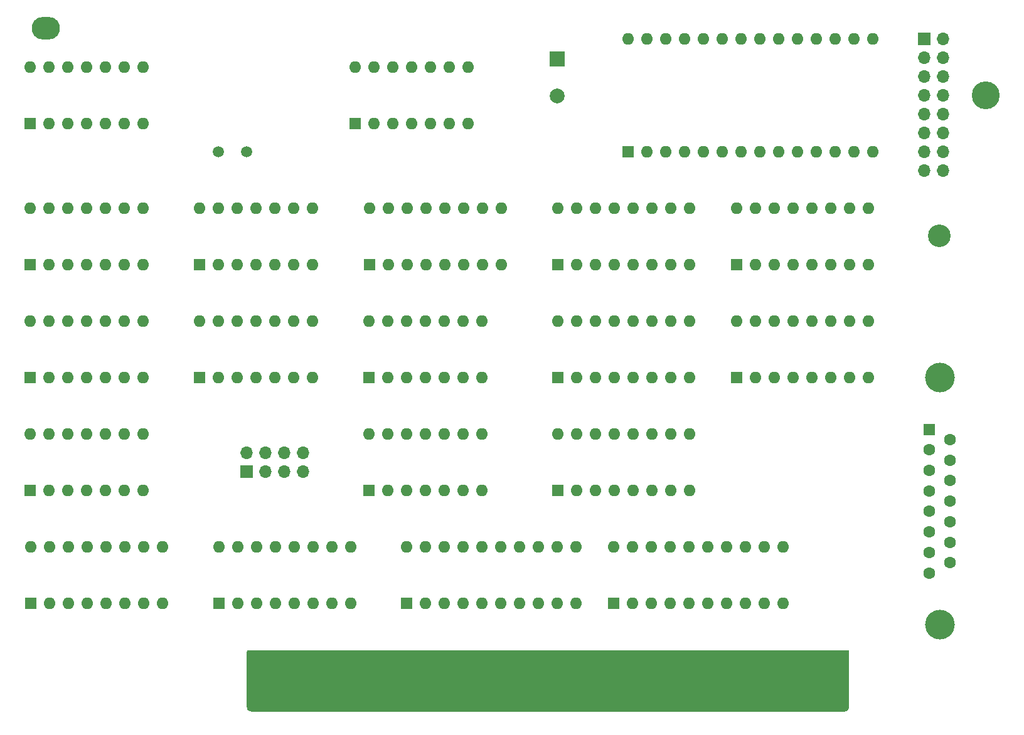
<source format=gts>
%TF.GenerationSoftware,KiCad,Pcbnew,6.0.7-f9a2dced07~116~ubuntu20.04.1*%
%TF.CreationDate,2022-09-01T07:33:47-07:00*%
%TF.ProjectId,ISA-Card,4953412d-4361-4726-942e-6b696361645f,alpha*%
%TF.SameCoordinates,Original*%
%TF.FileFunction,Soldermask,Top*%
%TF.FilePolarity,Negative*%
%FSLAX46Y46*%
G04 Gerber Fmt 4.6, Leading zero omitted, Abs format (unit mm)*
G04 Created by KiCad (PCBNEW 6.0.7-f9a2dced07~116~ubuntu20.04.1) date 2022-09-01 07:33:47*
%MOMM*%
%LPD*%
G01*
G04 APERTURE LIST*
G04 Aperture macros list*
%AMRoundRect*
0 Rectangle with rounded corners*
0 $1 Rounding radius*
0 $2 $3 $4 $5 $6 $7 $8 $9 X,Y pos of 4 corners*
0 Add a 4 corners polygon primitive as box body*
4,1,4,$2,$3,$4,$5,$6,$7,$8,$9,$2,$3,0*
0 Add four circle primitives for the rounded corners*
1,1,$1+$1,$2,$3*
1,1,$1+$1,$4,$5*
1,1,$1+$1,$6,$7*
1,1,$1+$1,$8,$9*
0 Add four rect primitives between the rounded corners*
20,1,$1+$1,$2,$3,$4,$5,0*
20,1,$1+$1,$4,$5,$6,$7,0*
20,1,$1+$1,$6,$7,$8,$9,0*
20,1,$1+$1,$8,$9,$2,$3,0*%
G04 Aperture macros list end*
%ADD10RoundRect,0.444500X-0.444500X-3.619500X0.444500X-3.619500X0.444500X3.619500X-0.444500X3.619500X0*%
%ADD11C,4.000000*%
%ADD12R,1.600000X1.600000*%
%ADD13C,1.600000*%
%ADD14O,1.600000X1.600000*%
%ADD15C,3.759200*%
%ADD16R,2.000000X2.000000*%
%ADD17C,2.000000*%
%ADD18O,3.810000X3.048000*%
%ADD19C,3.048000*%
%ADD20R,1.700000X1.700000*%
%ADD21O,1.700000X1.700000*%
%ADD22C,1.500000*%
G04 APERTURE END LIST*
D10*
%TO.C,BUS1*%
X162560000Y-145732500D03*
X185420000Y-145732500D03*
X182880000Y-145732500D03*
X180340000Y-145732500D03*
X177800000Y-145732500D03*
X175260000Y-145732500D03*
X172720000Y-145732500D03*
X170180000Y-145732500D03*
X167640000Y-145732500D03*
X165100000Y-145732500D03*
X160020000Y-145732500D03*
X132080000Y-145732500D03*
X129540000Y-145732500D03*
X127000000Y-145732500D03*
X124460000Y-145732500D03*
X121920000Y-145732500D03*
X119380000Y-145732500D03*
X116840000Y-145732500D03*
X114300000Y-145732500D03*
X111760000Y-145732500D03*
X109220000Y-145732500D03*
%TD*%
D11*
%TO.C,X3*%
X200175000Y-138105000D03*
X200175000Y-104805000D03*
D12*
X198755000Y-111760000D03*
D13*
X198755000Y-114530000D03*
X198755000Y-117300000D03*
X198755000Y-120070000D03*
X198755000Y-122840000D03*
X198755000Y-125610000D03*
X198755000Y-128380000D03*
X198755000Y-131150000D03*
X201595000Y-113145000D03*
X201595000Y-115915000D03*
X201595000Y-118685000D03*
X201595000Y-121455000D03*
X201595000Y-124225000D03*
X201595000Y-126995000D03*
X201595000Y-129765000D03*
%TD*%
D12*
%TO.C,U7102*%
X128270000Y-135255000D03*
D14*
X130810000Y-135255000D03*
X133350000Y-135255000D03*
X135890000Y-135255000D03*
X138430000Y-135255000D03*
X140970000Y-135255000D03*
X143510000Y-135255000D03*
X146050000Y-135255000D03*
X148590000Y-135255000D03*
X151130000Y-135255000D03*
X151130000Y-127635000D03*
X148590000Y-127635000D03*
X146050000Y-127635000D03*
X143510000Y-127635000D03*
X140970000Y-127635000D03*
X138430000Y-127635000D03*
X135890000Y-127635000D03*
X133350000Y-127635000D03*
X130810000Y-127635000D03*
X128270000Y-127635000D03*
%TD*%
D12*
%TO.C,U7105*%
X77485000Y-135245000D03*
D14*
X80025000Y-135245000D03*
X82565000Y-135245000D03*
X85105000Y-135245000D03*
X87645000Y-135245000D03*
X90185000Y-135245000D03*
X92725000Y-135245000D03*
X95265000Y-135245000D03*
X95265000Y-127625000D03*
X92725000Y-127625000D03*
X90185000Y-127625000D03*
X87645000Y-127625000D03*
X85105000Y-127625000D03*
X82565000Y-127625000D03*
X80025000Y-127625000D03*
X77485000Y-127625000D03*
%TD*%
D12*
%TO.C,U7104*%
X102885000Y-135245000D03*
D14*
X105425000Y-135245000D03*
X107965000Y-135245000D03*
X110505000Y-135245000D03*
X113045000Y-135245000D03*
X115585000Y-135245000D03*
X118125000Y-135245000D03*
X120665000Y-135245000D03*
X120665000Y-127625000D03*
X118125000Y-127625000D03*
X115585000Y-127625000D03*
X113045000Y-127625000D03*
X110505000Y-127625000D03*
X107965000Y-127625000D03*
X105425000Y-127625000D03*
X102885000Y-127625000D03*
%TD*%
D15*
%TO.C,REF\u002A\u002A*%
X206375000Y-66675000D03*
%TD*%
D12*
%TO.C,U7112*%
X77465000Y-89525000D03*
D14*
X80005000Y-89525000D03*
X82545000Y-89525000D03*
X85085000Y-89525000D03*
X87625000Y-89525000D03*
X90165000Y-89525000D03*
X92705000Y-89525000D03*
X92705000Y-81905000D03*
X90165000Y-81905000D03*
X87625000Y-81905000D03*
X85085000Y-81905000D03*
X82545000Y-81905000D03*
X80005000Y-81905000D03*
X77465000Y-81905000D03*
%TD*%
D16*
%TO.C,C9*%
X148590000Y-61767323D03*
D17*
X148590000Y-66767323D03*
%TD*%
D12*
%TO.C,U7113*%
X100325000Y-104765000D03*
D14*
X102865000Y-104765000D03*
X105405000Y-104765000D03*
X107945000Y-104765000D03*
X110485000Y-104765000D03*
X113025000Y-104765000D03*
X115565000Y-104765000D03*
X115565000Y-97145000D03*
X113025000Y-97145000D03*
X110485000Y-97145000D03*
X107945000Y-97145000D03*
X105405000Y-97145000D03*
X102865000Y-97145000D03*
X100325000Y-97145000D03*
%TD*%
D18*
%TO.C,REF\u002A\u002A*%
X79525000Y-57625000D03*
%TD*%
D12*
%TO.C,U7108*%
X77465000Y-104765000D03*
D14*
X80005000Y-104765000D03*
X82545000Y-104765000D03*
X85085000Y-104765000D03*
X87625000Y-104765000D03*
X90165000Y-104765000D03*
X92705000Y-104765000D03*
X92705000Y-97145000D03*
X90165000Y-97145000D03*
X87625000Y-97145000D03*
X85085000Y-97145000D03*
X82545000Y-97145000D03*
X80005000Y-97145000D03*
X77465000Y-97145000D03*
%TD*%
D12*
%TO.C,U7116*%
X148605000Y-89535000D03*
D14*
X151145000Y-89535000D03*
X153685000Y-89535000D03*
X156225000Y-89535000D03*
X158765000Y-89535000D03*
X161305000Y-89535000D03*
X163845000Y-89535000D03*
X166385000Y-89535000D03*
X166385000Y-81915000D03*
X163845000Y-81915000D03*
X161305000Y-81915000D03*
X158765000Y-81915000D03*
X156225000Y-81915000D03*
X153685000Y-81915000D03*
X151145000Y-81915000D03*
X148605000Y-81915000D03*
%TD*%
D19*
%TO.C,REF\u002A\u002A*%
X200152503Y-85599587D03*
%TD*%
D12*
%TO.C,U7121*%
X172735000Y-104765000D03*
D14*
X175275000Y-104765000D03*
X177815000Y-104765000D03*
X180355000Y-104765000D03*
X182895000Y-104765000D03*
X185435000Y-104765000D03*
X187975000Y-104765000D03*
X190515000Y-104765000D03*
X190515000Y-97145000D03*
X187975000Y-97145000D03*
X185435000Y-97145000D03*
X182895000Y-97145000D03*
X180355000Y-97145000D03*
X177815000Y-97145000D03*
X175275000Y-97145000D03*
X172735000Y-97145000D03*
%TD*%
D12*
%TO.C,U7111*%
X123185000Y-104775000D03*
D14*
X125725000Y-104775000D03*
X128265000Y-104775000D03*
X130805000Y-104775000D03*
X133345000Y-104775000D03*
X135885000Y-104775000D03*
X138425000Y-104775000D03*
X138425000Y-97155000D03*
X135885000Y-97155000D03*
X133345000Y-97155000D03*
X130805000Y-97155000D03*
X128265000Y-97155000D03*
X125725000Y-97155000D03*
X123185000Y-97155000D03*
%TD*%
D12*
%TO.C,U7114*%
X121280000Y-70475000D03*
D14*
X123820000Y-70475000D03*
X126360000Y-70475000D03*
X128900000Y-70475000D03*
X131440000Y-70475000D03*
X133980000Y-70475000D03*
X136520000Y-70475000D03*
X136520000Y-62855000D03*
X133980000Y-62855000D03*
X131440000Y-62855000D03*
X128900000Y-62855000D03*
X126360000Y-62855000D03*
X123820000Y-62855000D03*
X121280000Y-62855000D03*
%TD*%
D12*
%TO.C,U7101*%
X156210000Y-135255000D03*
D14*
X158750000Y-135255000D03*
X161290000Y-135255000D03*
X163830000Y-135255000D03*
X166370000Y-135255000D03*
X168910000Y-135255000D03*
X171450000Y-135255000D03*
X173990000Y-135255000D03*
X176530000Y-135255000D03*
X179070000Y-135255000D03*
X179070000Y-127635000D03*
X176530000Y-127635000D03*
X173990000Y-127635000D03*
X171450000Y-127635000D03*
X168910000Y-127635000D03*
X166370000Y-127635000D03*
X163830000Y-127635000D03*
X161290000Y-127635000D03*
X158750000Y-127635000D03*
X156210000Y-127635000D03*
%TD*%
D12*
%TO.C,U7120*%
X172735000Y-89535000D03*
D14*
X175275000Y-89535000D03*
X177815000Y-89535000D03*
X180355000Y-89535000D03*
X182895000Y-89535000D03*
X185435000Y-89535000D03*
X187975000Y-89535000D03*
X190515000Y-89535000D03*
X190515000Y-81915000D03*
X187975000Y-81915000D03*
X185435000Y-81915000D03*
X182895000Y-81915000D03*
X180355000Y-81915000D03*
X177815000Y-81915000D03*
X175275000Y-81915000D03*
X172735000Y-81915000D03*
%TD*%
D20*
%TO.C,X2*%
X106690000Y-117480000D03*
D21*
X106690000Y-114940000D03*
X109230000Y-117480000D03*
X109230000Y-114940000D03*
X111770000Y-117480000D03*
X111770000Y-114940000D03*
X114310000Y-117480000D03*
X114310000Y-114940000D03*
%TD*%
D12*
%TO.C,U7109*%
X123205000Y-89545000D03*
D14*
X125745000Y-89545000D03*
X128285000Y-89545000D03*
X130825000Y-89545000D03*
X133365000Y-89545000D03*
X135905000Y-89545000D03*
X138445000Y-89545000D03*
X140985000Y-89545000D03*
X140985000Y-81925000D03*
X138445000Y-81925000D03*
X135905000Y-81925000D03*
X133365000Y-81925000D03*
X130825000Y-81925000D03*
X128285000Y-81925000D03*
X125745000Y-81925000D03*
X123205000Y-81925000D03*
%TD*%
D12*
%TO.C,U7115*%
X77470000Y-70475000D03*
D14*
X80010000Y-70475000D03*
X82550000Y-70475000D03*
X85090000Y-70475000D03*
X87630000Y-70475000D03*
X90170000Y-70475000D03*
X92710000Y-70475000D03*
X92710000Y-62855000D03*
X90170000Y-62855000D03*
X87630000Y-62855000D03*
X85090000Y-62855000D03*
X82550000Y-62855000D03*
X80010000Y-62855000D03*
X77470000Y-62855000D03*
%TD*%
D22*
%TO.C,X-TAL1*%
X106680000Y-74295000D03*
X102880000Y-74295000D03*
%TD*%
D12*
%TO.C,U7117*%
X148605000Y-104765000D03*
D14*
X151145000Y-104765000D03*
X153685000Y-104765000D03*
X156225000Y-104765000D03*
X158765000Y-104765000D03*
X161305000Y-104765000D03*
X163845000Y-104765000D03*
X166385000Y-104765000D03*
X166385000Y-97145000D03*
X163845000Y-97145000D03*
X161305000Y-97145000D03*
X158765000Y-97145000D03*
X156225000Y-97145000D03*
X153685000Y-97145000D03*
X151145000Y-97145000D03*
X148605000Y-97145000D03*
%TD*%
D12*
%TO.C,U7118*%
X148605000Y-120005000D03*
D14*
X151145000Y-120005000D03*
X153685000Y-120005000D03*
X156225000Y-120005000D03*
X158765000Y-120005000D03*
X161305000Y-120005000D03*
X163845000Y-120005000D03*
X166385000Y-120005000D03*
X166385000Y-112385000D03*
X163845000Y-112385000D03*
X161305000Y-112385000D03*
X158765000Y-112385000D03*
X156225000Y-112385000D03*
X153685000Y-112385000D03*
X151145000Y-112385000D03*
X148605000Y-112385000D03*
%TD*%
D20*
%TO.C,X5*%
X198120000Y-59055000D03*
D21*
X200660000Y-59055000D03*
X198120000Y-61595000D03*
X200660000Y-61595000D03*
X198120000Y-64135000D03*
X200660000Y-64135000D03*
X198120000Y-66675000D03*
X200660000Y-66675000D03*
X198120000Y-69215000D03*
X200660000Y-69215000D03*
X198120000Y-71755000D03*
X200660000Y-71755000D03*
X198120000Y-74295000D03*
X200660000Y-74295000D03*
X198120000Y-76835000D03*
X200660000Y-76835000D03*
%TD*%
D12*
%TO.C,U7106*%
X123185000Y-120005000D03*
D14*
X125725000Y-120005000D03*
X128265000Y-120005000D03*
X130805000Y-120005000D03*
X133345000Y-120005000D03*
X135885000Y-120005000D03*
X138425000Y-120005000D03*
X138425000Y-112385000D03*
X135885000Y-112385000D03*
X133345000Y-112385000D03*
X130805000Y-112385000D03*
X128265000Y-112385000D03*
X125725000Y-112385000D03*
X123185000Y-112385000D03*
%TD*%
D12*
%TO.C,U7119*%
X158100000Y-74300000D03*
D14*
X160640000Y-74300000D03*
X163180000Y-74300000D03*
X165720000Y-74300000D03*
X168260000Y-74300000D03*
X170800000Y-74300000D03*
X173340000Y-74300000D03*
X175880000Y-74300000D03*
X178420000Y-74300000D03*
X180960000Y-74300000D03*
X183500000Y-74300000D03*
X186040000Y-74300000D03*
X188580000Y-74300000D03*
X191120000Y-74300000D03*
X191120000Y-59060000D03*
X188580000Y-59060000D03*
X186040000Y-59060000D03*
X183500000Y-59060000D03*
X180960000Y-59060000D03*
X178420000Y-59060000D03*
X175880000Y-59060000D03*
X173340000Y-59060000D03*
X170800000Y-59060000D03*
X168260000Y-59060000D03*
X165720000Y-59060000D03*
X163180000Y-59060000D03*
X160640000Y-59060000D03*
X158100000Y-59060000D03*
%TD*%
D12*
%TO.C,U7110*%
X100325000Y-89525000D03*
D14*
X102865000Y-89525000D03*
X105405000Y-89525000D03*
X107945000Y-89525000D03*
X110485000Y-89525000D03*
X113025000Y-89525000D03*
X115565000Y-89525000D03*
X115565000Y-81905000D03*
X113025000Y-81905000D03*
X110485000Y-81905000D03*
X107945000Y-81905000D03*
X105405000Y-81905000D03*
X102865000Y-81905000D03*
X100325000Y-81905000D03*
%TD*%
D12*
%TO.C,U7107*%
X77465000Y-120005000D03*
D14*
X80005000Y-120005000D03*
X82545000Y-120005000D03*
X85085000Y-120005000D03*
X87625000Y-120005000D03*
X90165000Y-120005000D03*
X92705000Y-120005000D03*
X92705000Y-112385000D03*
X90165000Y-112385000D03*
X87625000Y-112385000D03*
X85085000Y-112385000D03*
X82545000Y-112385000D03*
X80005000Y-112385000D03*
X77465000Y-112385000D03*
%TD*%
G36*
X187902121Y-141625002D02*
G01*
X187948614Y-141678658D01*
X187960000Y-141731000D01*
X187960000Y-149216742D01*
X187958922Y-149233188D01*
X187940528Y-149372903D01*
X187932015Y-149404675D01*
X187881275Y-149527173D01*
X187864828Y-149555659D01*
X187784110Y-149660852D01*
X187760852Y-149684110D01*
X187655659Y-149764828D01*
X187627173Y-149781275D01*
X187504675Y-149832015D01*
X187472903Y-149840528D01*
X187333188Y-149858922D01*
X187316742Y-149860000D01*
X107323258Y-149860000D01*
X107306812Y-149858922D01*
X107167097Y-149840528D01*
X107135325Y-149832015D01*
X107012827Y-149781275D01*
X106984341Y-149764828D01*
X106879148Y-149684110D01*
X106855890Y-149660852D01*
X106775172Y-149555659D01*
X106758725Y-149527173D01*
X106707985Y-149404675D01*
X106699472Y-149372903D01*
X106681078Y-149233188D01*
X106680000Y-149216742D01*
X106680000Y-141731000D01*
X106700002Y-141662879D01*
X106753658Y-141616386D01*
X106806000Y-141605000D01*
X187834000Y-141605000D01*
X187902121Y-141625002D01*
G37*
M02*

</source>
